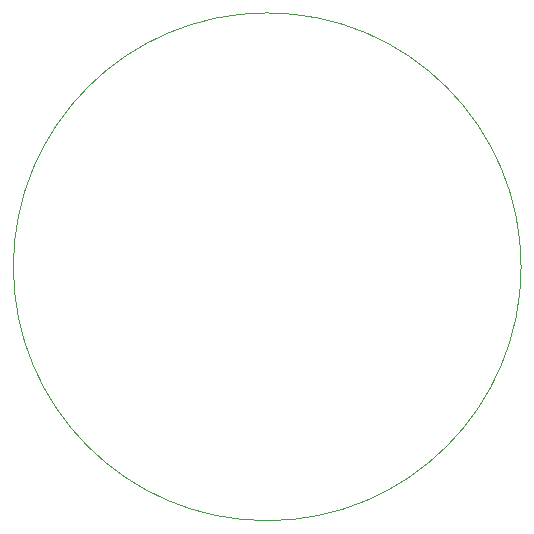
<source format=gbr>
G04 #@! TF.GenerationSoftware,KiCad,Pcbnew,5.0.1-33cea8e~68~ubuntu18.04.1*
G04 #@! TF.CreationDate,2018-11-27T18:27:31+01:00*
G04 #@! TF.ProjectId,AS5600_moveo_3_circ,4153353630305F6D6F76656F5F335F63,rev?*
G04 #@! TF.SameCoordinates,Original*
G04 #@! TF.FileFunction,Profile,NP*
%FSLAX46Y46*%
G04 Gerber Fmt 4.6, Leading zero omitted, Abs format (unit mm)*
G04 Created by KiCad (PCBNEW 5.0.1-33cea8e~68~ubuntu18.04.1) date mar 27 nov 2018 18:27:31 CET*
%MOMM*%
%LPD*%
G01*
G04 APERTURE LIST*
%ADD10C,0.100000*%
G04 APERTURE END LIST*
D10*
X169171940Y-84620100D02*
G75*
G03X169171940Y-84620100I-21496340J0D01*
G01*
M02*

</source>
